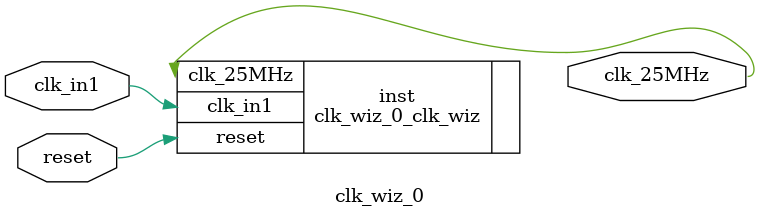
<source format=v>


`timescale 1ps/1ps

(* CORE_GENERATION_INFO = "clk_wiz_0,clk_wiz_v6_0_4_0_0,{component_name=clk_wiz_0,use_phase_alignment=true,use_min_o_jitter=false,use_max_i_jitter=false,use_dyn_phase_shift=false,use_inclk_switchover=false,use_dyn_reconfig=false,enable_axi=0,feedback_source=FDBK_AUTO,PRIMITIVE=MMCM,num_out_clk=1,clkin1_period=10.000,clkin2_period=10.000,use_power_down=false,use_reset=true,use_locked=false,use_inclk_stopped=false,feedback_type=SINGLE,CLOCK_MGR_TYPE=NA,manual_override=false}" *)

module clk_wiz_0 
 (
  // Clock out ports
  output        clk_25MHz,
  // Status and control signals
  input         reset,
 // Clock in ports
  input         clk_in1
 );

  clk_wiz_0_clk_wiz inst
  (
  // Clock out ports  
  .clk_25MHz(clk_25MHz),
  // Status and control signals               
  .reset(reset), 
 // Clock in ports
  .clk_in1(clk_in1)
  );

endmodule

</source>
